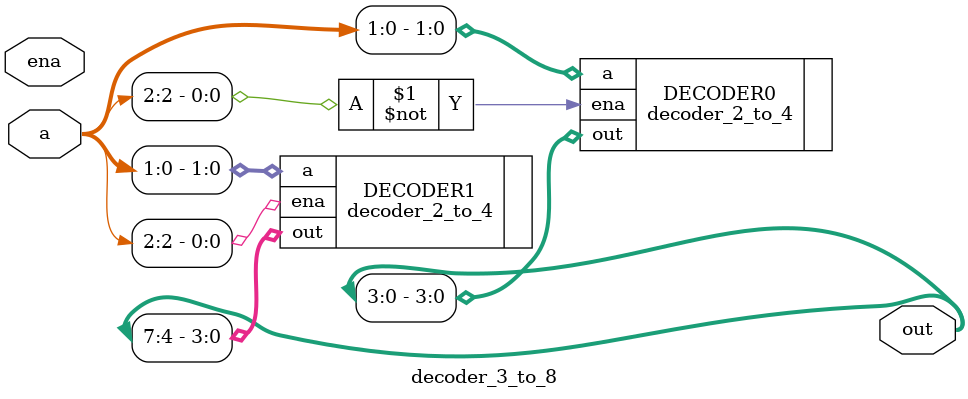
<source format=sv>
`timescale 1ns/1ps
`default_nettype none

module decoder_3_to_8(
    input wire [2:0] a,
    input wire ena,
    output logic [7:0] out
);

    decoder_2_to_4 DECODER0(.a(a[1:0]), .ena(~a[2]), .out(out[3:0]));
    decoder_2_to_4 DECODER1(.a(a[1:0]), .ena(a[2]), .out(out[7:4]));
    
endmodule
</source>
